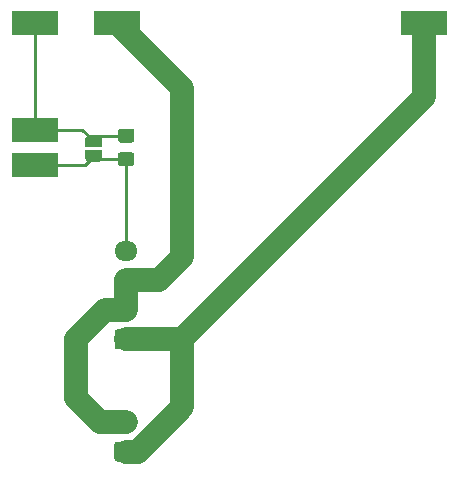
<source format=gtl>
G04 #@! TF.GenerationSoftware,KiCad,Pcbnew,5.1.9+dfsg1-1*
G04 #@! TF.CreationDate,2023-02-08T10:37:42+09:00*
G04 #@! TF.ProjectId,pixel-battery-breakout,70697865-6c2d-4626-9174-746572792d62,rev?*
G04 #@! TF.SameCoordinates,Original*
G04 #@! TF.FileFunction,Copper,L1,Top*
G04 #@! TF.FilePolarity,Positive*
%FSLAX46Y46*%
G04 Gerber Fmt 4.6, Leading zero omitted, Abs format (unit mm)*
G04 Created by KiCad (PCBNEW 5.1.9+dfsg1-1) date 2023-02-08 10:37:42*
%MOMM*%
%LPD*%
G01*
G04 APERTURE LIST*
G04 #@! TA.AperFunction,SMDPad,CuDef*
%ADD10R,4.000000X2.000000*%
G04 #@! TD*
G04 #@! TA.AperFunction,ComponentPad*
%ADD11O,2.000000X1.700000*%
G04 #@! TD*
G04 #@! TA.AperFunction,ComponentPad*
%ADD12O,1.950000X1.700000*%
G04 #@! TD*
G04 #@! TA.AperFunction,SMDPad,CuDef*
%ADD13C,0.100000*%
G04 #@! TD*
G04 #@! TA.AperFunction,Conductor*
%ADD14C,2.000000*%
G04 #@! TD*
G04 #@! TA.AperFunction,Conductor*
%ADD15C,0.250000*%
G04 #@! TD*
G04 APERTURE END LIST*
D10*
X173500000Y-21250000D03*
X147500000Y-21250000D03*
X140500000Y-21250000D03*
G04 #@! TA.AperFunction,ComponentPad*
G36*
G01*
X149000000Y-58350000D02*
X147500000Y-58350000D01*
G75*
G02*
X147250000Y-58100000I0J250000D01*
G01*
X147250000Y-56900000D01*
G75*
G02*
X147500000Y-56650000I250000J0D01*
G01*
X149000000Y-56650000D01*
G75*
G02*
X149250000Y-56900000I0J-250000D01*
G01*
X149250000Y-58100000D01*
G75*
G02*
X149000000Y-58350000I-250000J0D01*
G01*
G37*
G04 #@! TD.AperFunction*
D11*
X148250000Y-55000000D03*
G04 #@! TA.AperFunction,ComponentPad*
G36*
G01*
X148975000Y-48850000D02*
X147525000Y-48850000D01*
G75*
G02*
X147275000Y-48600000I0J250000D01*
G01*
X147275000Y-47400000D01*
G75*
G02*
X147525000Y-47150000I250000J0D01*
G01*
X148975000Y-47150000D01*
G75*
G02*
X149225000Y-47400000I0J-250000D01*
G01*
X149225000Y-48600000D01*
G75*
G02*
X148975000Y-48850000I-250000J0D01*
G01*
G37*
G04 #@! TD.AperFunction*
D12*
X148250000Y-45500000D03*
X148250000Y-43000000D03*
X148250000Y-40500000D03*
G04 #@! TA.AperFunction,SMDPad,CuDef*
D13*
G36*
X144750000Y-31700000D02*
G01*
X144750000Y-31200000D01*
X144750602Y-31200000D01*
X144750602Y-31175466D01*
X144755412Y-31126635D01*
X144764984Y-31078510D01*
X144779228Y-31031555D01*
X144798005Y-30986222D01*
X144821136Y-30942949D01*
X144848396Y-30902150D01*
X144879524Y-30864221D01*
X144914221Y-30829524D01*
X144952150Y-30798396D01*
X144992949Y-30771136D01*
X145036222Y-30748005D01*
X145081555Y-30729228D01*
X145128510Y-30714984D01*
X145176635Y-30705412D01*
X145225466Y-30700602D01*
X145250000Y-30700602D01*
X145250000Y-30700000D01*
X145750000Y-30700000D01*
X145750000Y-30700602D01*
X145774534Y-30700602D01*
X145823365Y-30705412D01*
X145871490Y-30714984D01*
X145918445Y-30729228D01*
X145963778Y-30748005D01*
X146007051Y-30771136D01*
X146047850Y-30798396D01*
X146085779Y-30829524D01*
X146120476Y-30864221D01*
X146151604Y-30902150D01*
X146178864Y-30942949D01*
X146201995Y-30986222D01*
X146220772Y-31031555D01*
X146235016Y-31078510D01*
X146244588Y-31126635D01*
X146249398Y-31175466D01*
X146249398Y-31200000D01*
X146250000Y-31200000D01*
X146250000Y-31700000D01*
X144750000Y-31700000D01*
G37*
G04 #@! TD.AperFunction*
G04 #@! TA.AperFunction,SMDPad,CuDef*
G36*
X146249398Y-32500000D02*
G01*
X146249398Y-32524534D01*
X146244588Y-32573365D01*
X146235016Y-32621490D01*
X146220772Y-32668445D01*
X146201995Y-32713778D01*
X146178864Y-32757051D01*
X146151604Y-32797850D01*
X146120476Y-32835779D01*
X146085779Y-32870476D01*
X146047850Y-32901604D01*
X146007051Y-32928864D01*
X145963778Y-32951995D01*
X145918445Y-32970772D01*
X145871490Y-32985016D01*
X145823365Y-32994588D01*
X145774534Y-32999398D01*
X145750000Y-32999398D01*
X145750000Y-33000000D01*
X145250000Y-33000000D01*
X145250000Y-32999398D01*
X145225466Y-32999398D01*
X145176635Y-32994588D01*
X145128510Y-32985016D01*
X145081555Y-32970772D01*
X145036222Y-32951995D01*
X144992949Y-32928864D01*
X144952150Y-32901604D01*
X144914221Y-32870476D01*
X144879524Y-32835779D01*
X144848396Y-32797850D01*
X144821136Y-32757051D01*
X144798005Y-32713778D01*
X144779228Y-32668445D01*
X144764984Y-32621490D01*
X144755412Y-32573365D01*
X144750602Y-32524534D01*
X144750602Y-32500000D01*
X144750000Y-32500000D01*
X144750000Y-32000000D01*
X146250000Y-32000000D01*
X146250000Y-32500000D01*
X146249398Y-32500000D01*
G37*
G04 #@! TD.AperFunction*
G04 #@! TA.AperFunction,SMDPad,CuDef*
G36*
G01*
X148700001Y-33350000D02*
X147799999Y-33350000D01*
G75*
G02*
X147550000Y-33100001I0J249999D01*
G01*
X147550000Y-32399999D01*
G75*
G02*
X147799999Y-32150000I249999J0D01*
G01*
X148700001Y-32150000D01*
G75*
G02*
X148950000Y-32399999I0J-249999D01*
G01*
X148950000Y-33100001D01*
G75*
G02*
X148700001Y-33350000I-249999J0D01*
G01*
G37*
G04 #@! TD.AperFunction*
G04 #@! TA.AperFunction,SMDPad,CuDef*
G36*
G01*
X148700001Y-31350000D02*
X147799999Y-31350000D01*
G75*
G02*
X147550000Y-31100001I0J249999D01*
G01*
X147550000Y-30399999D01*
G75*
G02*
X147799999Y-30150000I249999J0D01*
G01*
X148700001Y-30150000D01*
G75*
G02*
X148950000Y-30399999I0J-249999D01*
G01*
X148950000Y-31100001D01*
G75*
G02*
X148700001Y-31350000I-249999J0D01*
G01*
G37*
G04 #@! TD.AperFunction*
D10*
X140500000Y-30250000D03*
X140500000Y-33250000D03*
D14*
X153000000Y-48000000D02*
X148250000Y-48000000D01*
X173500000Y-27500000D02*
X153000000Y-48000000D01*
X149250000Y-57500000D02*
X148250000Y-57500000D01*
X153000000Y-53750000D02*
X149250000Y-57500000D01*
X153000000Y-48000000D02*
X153000000Y-53750000D01*
X173500000Y-21250000D02*
X173500000Y-27500000D01*
X148250000Y-45500000D02*
X148250000Y-43000000D01*
X148250000Y-55000000D02*
X146000000Y-55000000D01*
X146000000Y-55000000D02*
X144000000Y-53000000D01*
X148250000Y-45500000D02*
X146500000Y-45500000D01*
X144000000Y-48000000D02*
X144000000Y-53000000D01*
X146500000Y-45500000D02*
X144000000Y-48000000D01*
X151000000Y-43000000D02*
X148250000Y-43000000D01*
X153000000Y-41000000D02*
X151000000Y-43000000D01*
X153000000Y-26750000D02*
X153000000Y-41000000D01*
X147500000Y-21250000D02*
X153000000Y-26750000D01*
D15*
X144550000Y-30250000D02*
X145500000Y-31200000D01*
X140500000Y-30250000D02*
X144550000Y-30250000D01*
X145950000Y-30750000D02*
X145500000Y-31200000D01*
X148250000Y-30750000D02*
X145950000Y-30750000D01*
X140500000Y-21250000D02*
X140500000Y-30250000D01*
X145750000Y-32750000D02*
X145500000Y-32500000D01*
X148250000Y-32750000D02*
X145750000Y-32750000D01*
X144750000Y-33250000D02*
X145500000Y-32500000D01*
X140500000Y-33250000D02*
X144750000Y-33250000D01*
X148250000Y-32750000D02*
X148250000Y-40500000D01*
M02*

</source>
